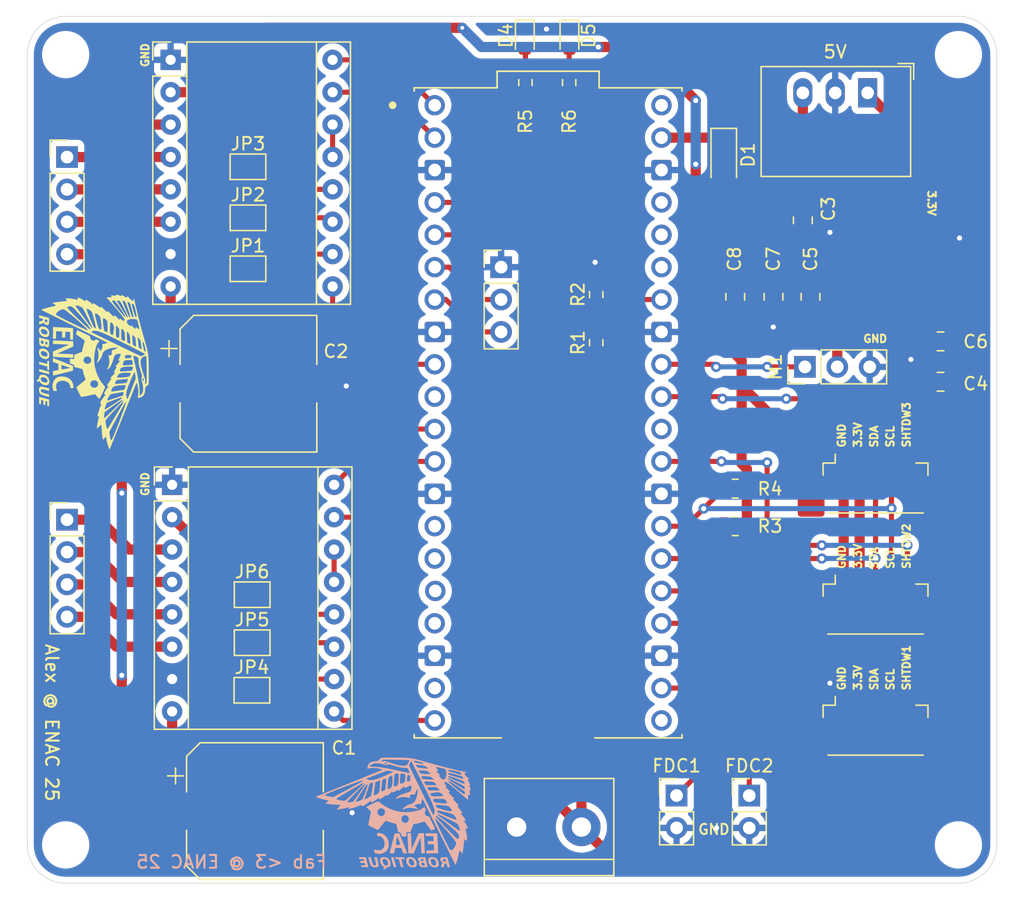
<source format=kicad_pcb>
(kicad_pcb (version 20240108) (generator "pcbnew") (generator_version "8.0")
  (layers (0 "F.Cu" signal) (31 "B.Cu" signal) (34 "B.Paste" user) (35 "F.Paste" user) (36 "B.SilkS" user "B.Silkscreen") (37 "F.SilkS" user "F.Silkscreen") (38 "B.Mask" user) (39 "F.Mask" user) (44 "Edge.Cuts" user))
  (net 0 "")
  (net 1 "RX")
  (net 2 "STEP2_PWM")
  (net 3 "SCL")
  (net 4 "STEP2_DIR")
  (net 5 "FDC2")
  (net 6 "GND")
  (net 9 "SERVO")
  (net 10 "BAT_MESURE")
  (net 11 "STEP1_PWM")
  (net 13 "LED1")
  (net 14 "SDA")
  (net 16 "FDC1")
  (net 17 "SHUTDOWN2")
  (net 19 "SHUTDOWN3")
  (net 20 "SHUTDOWN1")
  (net 23 "LED2")
  (net 25 "TX")
  (net 28 "STEP1_DIR")
  (net 29 "Net-(A1-VSYS)")
  (net 31 "+3.3V")
  (net 32 "Net-(A2-2A)")
  (net 33 "Net-(A2-~{RESET})")
  (net 34 "Net-(A2-MS3)")
  (net 35 "Net-(A2-MS2)")
  (net 36 "Net-(A2-MS1)")
  (net 37 "Net-(A2-1A)")
  (net 38 "Net-(A2-1B)")
  (net 39 "Net-(A2-2B)")
  (net 40 "Net-(A3-MS1)")
  (net 41 "Net-(A3-~{RESET})")
  (net 42 "Net-(A3-MS2)")
  (net 43 "Net-(A3-2A)")
  (net 44 "Net-(A3-1B)")
  (net 45 "Net-(A3-1A)")
  (net 46 "Net-(A3-2B)")
  (net 47 "Net-(A3-MS3)")
  (net 48 "+5V")
  (net 49 "+BATT")
  (net 50 "Net-(D4-A)")
  (net 51 "Net-(D5-A)")
  (net 53 "ENABLE2")
  (net 54 "ENABLE1")
  (footprint "ENAC_robotique:RASPBERRY_PI_PICO" (layer "F.Cu") (at 139.827 86.106)
    (property "Reference" "A1" (hide yes))
    (property "Value" "SC0918")
  )
  (footprint "LED_SMD:LED_0603_1608Metric" (layer "F.Cu") (at 138 56.7875 -90)
    (property "Reference" "D4")
    (property "Value" "LED")
  )
  (footprint "Connector_Molex:Molex_PicoBlade_53398-0571_1x05-1MP_P1.25mm_Vertical" (layer "F.Cu") (at 165.5 110.25)
    (property "Reference" "J5" (hide yes))
    (property "Value" "RANGE")
  )
  (footprint "ENAC_robotique:logo_enac_mini" (layer "F.Cu") (at 104.541264 81.915 -90)
    (property "Reference" "G***" (hide yes))
    (property "Value" "LOGO" (hide yes))
  )
  (footprint "Converter_DCDC:Converter_DCDC_RECOM_R-78E-0.5_THT" (layer "F.Cu") (at 164.88 61 180)
    (property "Reference" "5V")
    (property "Value" "R-78E5.0-1.0")
  )
  (footprint "Capacitor_SMD:CP_Elec_10x12.5" (layer "F.Cu") (at 116.332 83.82)
    (property "Reference" "C2")
    (property "Value" "100uF")
  )
  (footprint "Connector_Molex:Molex_PicoBlade_53398-0571_1x05-1MP_P1.25mm_Vertical" (layer "F.Cu") (at 165.5 91.25)
    (property "Reference" "J9" (hide yes))
    (property "Value" "RANGE")
  )
  (footprint "Capacitor_SMD:C_0805_2012Metric" (layer "F.Cu") (at 160.401 77 -90)
    (property "Reference" "C5")
    (property "Value" "10uF")
  )
  (footprint "Jumper:SolderJumper-2_P1.3mm_Open_TrianglePad1.0x1.5mm" (layer "F.Cu") (at 116.295 74.802)
    (property "Reference" "JP1")
    (property "Value" "SolderJumper_2_Open")
  )
  (footprint "Resistor_SMD:R_0805_2012Metric" (layer "F.Cu") (at 154.5 92.05 180)
    (property "Reference" "R4")
    (property "Value" "2.2k")
  )
  (footprint "MountingHole:MountingHole_3.2mm_M3" (layer "F.Cu") (at 172 58)
    (property "Reference" "H1" (hide yes))
    (property "Value" "MountingHole")
  )
  (footprint "Connector_PinHeader_2.54mm:PinHeader_1x03_P2.54mm_Vertical" (layer "F.Cu") (at 136.144 74.676)
    (property "Reference" "J3" (hide yes))
    (property "Value" "UART")
  )
  (footprint "Resistor_SMD:R_0805_2012Metric" (layer "F.Cu") (at 154.5 95 180)
    (property "Reference" "R3")
    (property "Value" "2.2k")
  )
  (footprint "Capacitor_SMD:C_0805_2012Metric" (layer "F.Cu") (at 154.5 77 -90)
    (property "Reference" "C8")
    (property "Value" "10uF" (hide yes))
  )
  (footprint "Capacitor_SMD:CP_Elec_10x12.5" (layer "F.Cu") (at 116.84 117.348)
    (property "Reference" "C1")
    (property "Value" "100uF")
  )
  (footprint "Jumper:SolderJumper-2_P1.3mm_Open_TrianglePad1.0x1.5mm" (layer "F.Cu") (at 116.623 100.37)
    (property "Reference" "JP6")
    (property "Value" "SolderJumper_2_Open")
  )
  (footprint "Module:Pololu_Breakout-16_15.2x20.3mm" (layer "F.Cu") (at 110.348 91.75)
    (property "Reference" "A2" (hide yes))
    (property "Value" "Pololu_Breakout_A4988")
  )
  (footprint "LED_SMD:LED_0603_1608Metric" (layer "F.Cu") (at 141.5 56.7875 -90)
    (property "Reference" "D5")
    (property "Value" "LED")
  )
  (footprint "Jumper:SolderJumper-2_P1.3mm_Open_TrianglePad1.0x1.5mm" (layer "F.Cu") (at 116.605 107.87)
    (property "Reference" "JP4")
    (property "Value" "SolderJumper_2_Open")
  )
  (footprint "Jumper:SolderJumper-2_P1.3mm_Open_TrianglePad1.0x1.5mm" (layer "F.Cu") (at 116.623 104.14)
    (property "Reference" "JP5")
    (property "Value" "SolderJumper_2_Open")
  )
  (footprint "MountingHole:MountingHole_3.2mm_M3" (layer "F.Cu") (at 172 120)
    (property "Reference" "H4" (hide yes))
    (property "Value" "MountingHole")
  )
  (footprint "ENAC_robotique:LM3940IMP" (layer "F.Cu") (at 167 72.5)
    (property "Reference" "IC1")
    (property "Value" "LM3940IMP-3.3")
  )
  (footprint "Capacitor_SMD:C_0805_2012Metric" (layer "F.Cu") (at 170.6 80.5)
    (property "Reference" "C6")
    (property "Value" "10uF")
  )
  (footprint "Diode_SMD:D_SOD-123F" (layer "F.Cu") (at 153.6 66 -90)
    (property "Reference" "D1")
    (property "Value" "PMEG2010AEH")
  )
  (footprint "Resistor_SMD:R_0603_1608Metric" (layer "F.Cu") (at 143.6 76.825 90)
    (property "Reference" "R2")
    (property "Value" "8.2k")
  )
  (footprint "Connector_PinHeader_2.54mm:PinHeader_1x02_P2.54mm_Vertical" (layer "F.Cu") (at 149.9 116.125)
    (property "Reference" "FDC1")
    (property "Value" "FDC")
  )
  (footprint "Jumper:SolderJumper-2_P1.3mm_Open_TrianglePad1.0x1.5mm" (layer "F.Cu") (at 116.295 66.802)
    (property "Reference" "JP3")
    (property "Value" "SolderJumper_2_Open")
  )
  (footprint "Connector_Molex:Molex_PicoBlade_53398-0571_1x05-1MP_P1.25mm_Vertical" (layer "F.Cu") (at 165.5 100.75)
    (property "Reference" "J4" (hide yes))
    (property "Value" "RANGE")
  )
  (footprint "Capacitor_SMD:C_0805_2012Metric" (layer "F.Cu") (at 159.8 71 -90)
    (property "Reference" "C3")
    (property "Value" "0.47uF")
  )
  (footprint "Resistor_SMD:R_0603_1608Metric" (layer "F.Cu") (at 141.478 60.198 -90)
    (property "Reference" "R6")
    (property "Value" "470")
  )
  (footprint "Resistor_SMD:R_0603_1608Metric" (layer "F.Cu") (at 143.6 80.6 90)
    (property "Reference" "R1")
    (property "Value" "18k")
  )
  (footprint "Jumper:SolderJumper-2_P1.3mm_Open_TrianglePad1.0x1.5mm" (layer "F.Cu") (at 116.295 70.802)
    (property "Reference" "JP2")
    (property "Value" "SolderJumper_2_Open")
  )
  (footprint "Connector_PinHeader_2.54mm:PinHeader_1x02_P2.54mm_Vertical" (layer "F.Cu") (at 155.599 116.13)
    (property "Reference" "FDC2")
    (property "Value" "FDC")
  )
  (footprint "Capacitor_SMD:C_0805_2012Metric" (layer "F.Cu") (at 157.5 77 -90)
    (property "Reference" "C7")
    (property "Value" "10uF")
  )
  (footprint "Module:Pololu_Breakout-16_15.2x20.3mm" (layer "F.Cu") (at 110.23 58.412)
    (property "Reference" "A3" (hide yes))
    (property "Value" "Pololu_Breakout_A4988")
  )
  (footprint "Connector_PinHeader_2.54mm:PinHeader_1x04_P2.54mm_Vertical" (layer "F.Cu") (at 102.108 66.04)
    (property "Reference" "J2" (hide yes))
    (property "Value" "STEPPER")
  )
  (footprint "Connector_PinHeader_2.54mm:PinHeader_1x04_P2.54mm_Vertical" (layer "F.Cu") (at 102.108 94.488)
    (property "Reference" "J1" (hide yes))
    (property "Value" "STEPPER")
  )
  (footprint "MountingHole:MountingHole_3.2mm_M3" (layer "F.Cu") (at 102 120)
    (property "Reference" "H3" (hide yes))
    (property "Value" "MountingHole")
  )
  (footprint "Capacitor_SMD:C_0805_2012Metric" (layer "F.Cu") (at 170.6 83.667)
    (property "Reference" "C4")
    (property "Value" "10uF")
  )
  (footprint "Connector_PinHeader_2.54mm:PinHeader_1x03_P2.54mm_Vertical" (layer "F.Cu") (at 159.96 82.5 90)
    (property "Reference" "M1")
    (property "Value" "Motor_Servo")
  )
  (footprint "Resistor_SMD:R_0603_1608Metric" (layer "F.Cu") (at 138.049 60.198 -90)
    (property "Reference" "R5")
    (property "Value" "470")
  )
  (footprint "MountingHole:MountingHole_3.2mm_M3" (layer "F.Cu") (at 102 58)
    (property "Reference" "H2" (hide yes))
    (property "Value" "MountingHole")
  )
  (footprint "TerminalBlock:TerminalBlock_bornier-2_P5.08mm" (layer "F.Cu") (at 137.36 118.6)
    (property "Reference" "J8" (hide yes))
    (property "Value" "Screw_Terminal_01x02")
  )
  (footprint "ENAC_robotique:logo_enac_mini" (layer "B.Cu") (at 128.671264 117.127645 180)
    (property "Reference" "G***" (hide yes))
    (property "Value" "LOGO" (hide yes))
  )
  (gr_arc (start 99 58) (mid 99.87868 55.87868) (end 102 55) (stroke (width 0.05)) (layer "Edge.Cuts"))
  (gr_line (start 172 123) (end 102 123) (stroke (width 0.05)) (layer "Edge.Cuts"))
  (gr_line (start 99 120) (end 99 58) (stroke (width 0.05)) (layer "Edge.Cuts"))
  (gr_line (start 102 55) (end 172 55) (stroke (width 0.05)) (layer "Edge.Cuts"))
  (gr_arc (start 172 55) (mid 174.12132 55.87868) (end 175 58) (stroke (width 0.05)) (layer "Edge.Cuts"))
  (gr_arc (start 175 120) (mid 174.12132 122.12132) (end 172 123) (stroke (width 0.05)) (layer "Edge.Cuts"))
  (gr_arc (start 102 123) (mid 99.87868 122.12132) (end 99 120) (stroke (width 0.05)) (layer "Edge.Cuts"))
  (gr_line (start 175 58) (end 175 120) (stroke (width 0.05)) (layer "Edge.Cuts"))
  (gr_text "Fab <3 @ ENAC 25" (at 122.555 121.92 0) (layer "B.SilkS") (effects (font (size 1 1) (thickness 0.16)) (justify left bottom mirror)))
  (gr_text "GND" (at 163.195 98.425 90) (layer "F.SilkS") (effects (font (size 0.6 0.6) (thickness 0.15) (bold yes)) (justify left bottom)))
  (gr_text "GND" (at 108.585 92.71 90) (layer "F.SilkS") (effects (font (size 0.6 0.6) (thickness 0.15) (bold yes)) (justify left bottom)))
  (gr_text "3.3V" (at 164.465 88.9 90) (layer "F.SilkS") (effects (font (size 0.6 0.6) (thickness 0.15) (bold yes)) (justify left bottom)))
  (gr_text "SCL" (at 167.005 88.9 90) (layer "F.SilkS") (effects (font (size 0.6 0.6) (thickness 0.15) (bold yes)) (justify left bottom)))
  (gr_text "GND" (at 108.585 59.055 90) (layer "F.SilkS") (effects (font (size 0.6 0.6) (thickness 0.15) (bold yes)) (justify left bottom)))
  (gr_text "3.3V" (at 164.465 107.95 90) (layer "F.SilkS") (effects (font (size 0.6 0.6) (thickness 0.15) (bold yes)) (justify left bottom)))
  (gr_text "Alex @ ENAC 25" (at 100.33 104.14 -90) (layer "F.SilkS") (effects (font (size 1 1) (thickness 0.16)) (justify left bottom)))
  (gr_text "SHTDW3" (at 168.275 88.9 90) (layer "F.SilkS") (effects (font (size 0.6 0.6) (thickness 0.15) (bold yes)) (justify left bottom)))
  (gr_text "SDA" (at 165.735 98.425 90) (layer "F.SilkS") (effects (font (size 0.6 0.6) (thickness 0.15) (bold yes)) (justify left bottom)))
  (gr_text "SHTDW2" (at 168.275 98.425 90) (layer "F.SilkS") (effects (font (size 0.6 0.6) (thickness 0.15) (bold yes)) (justify left bottom)))
  (gr_text "GND" (at 163.195 107.95 90) (layer "F.SilkS") (effects (font (size 0.6 0.6) (thickness 0.15) (bold yes)) (justify left bottom)))
  (gr_text "SDA" (at 165.735 88.9 90) (layer "F.SilkS") (effects (font (size 0.6 0.6) (thickness 0.15) (bold yes)) (justify left bottom)))
  (gr_text "SCL" (at 167.005 107.95 90) (layer "F.SilkS") (effects (font (size 0.6 0.6) (thickness 0.15) (bold yes)) (justify left bottom)))
  (gr_text "GND" (at 151.511 119.253 0) (layer "F.SilkS") (effects (font (size 0.8 0.8) (thickness 0.15) (bold yes)) (justify left bottom)))
  (gr_text "SCL" (at 167.005 98.425 90) (layer "F.SilkS") (effects (font (size 0.6 0.6) (thickness 0.15) (bold yes)) (justify left bottom)))
  (gr_text "GND" (at 163.195 88.9 90) (layer "F.SilkS") (effects (font (size 0.6 0.6) (thickness 0.15) (bold yes)) (justify left bottom)))
  (gr_text "SHTDW1" (at 168.275 107.95 90) (layer "F.SilkS") (effects (font (size 0.6 0.6) (thickness 0.15) (bold yes)) (justify left bottom)))
  (gr_text "3.3V" (at 164.465 98.425 90) (layer "F.SilkS") (effects (font (size 0.6 0.6) (thickness 0.15) (bold yes)) (justify left bottom)))
  (gr_text "SDA" (at 165.735 107.95 90) (layer "F.SilkS") (effects (font (size 0.6 0.6) (thickness 0.15) (bold yes)) (justify left bottom)))
  (gr_text "GND" (at 164.465 80.645 0) (layer "F.SilkS") (effects (font (size 0.6 0.6) (thickness 0.15) (bold yes)) (justify left bottom)))
  (gr_text "3.3V" (at 169.545 68.58 -90) (layer "F.SilkS") (effects (font (size 0.6 0.6) (thickness 0.15) (bold yes)) (justify left bottom)))
  (segment (start 130.937 77.216) (end 131.816 77.216) (width 0.4) (layer "F.Cu") (net 1))
  (segment (start 131.816 77.216) (end 134.356 79.756) (width 0.4) (layer "F.Cu") (net 1))
  (segment (start 134.356 79.756) (end 136.144 79.756) (width 0.4) (layer "F.Cu") (net 1))
  (segment (start 129.032 89.916) (end 124.658 94.29) (width 0.4) (layer "F.Cu") (net 2))
  (segment (start 130.937 89.916) (end 129.032 89.916) (width 0.4) (layer "F.Cu") (net 2))
  (segment (start 124.658 94.29) (end 123.048 94.29) (width 0.4) (layer "F.Cu") (net 2))
  (segment (start 166.75 93.6) (end 166.75 90.1) (width 0.4) (layer "F.Cu") (net 3))
  (segment (start 166.75 109) (end 166.75 99.6) (width 0.4) (layer "F.Cu") (net 3))
  (segment (start 152.01875 93.61875) (end 153.5875 92.05) (width 0.4) (layer "F.Cu") (net 3))
  (segment (start 150.6415 94.996) (end 152.01875 93.61875) (width 0.4) (layer "F.Cu") (net 3))
  (segment (start 166.75 99.6) (end 166.75 93.6) (width 0.4) (layer "F.Cu") (net 3))
  (segment (start 148.717 94.996) (end 150.6415 94.996) (width 0.4) (layer "F.Cu") (net 3))
  (via (at 166.75 93.6) (size 0.8) (drill 0.4) (layers "F.Cu" "B.Cu") (net 3))
  (via (at 152.01875 93.61875) (size 0.8) (drill 0.4) (layers "F.Cu" "B.Cu") (net 3))
  (segment (start 166.73125 93.61875) (end 166.75 93.6) (width 0.4) (layer "B.Cu") (net 3))
  (segment (start 152.01875 93.61875) (end 166.73125 93.61875) (width 0.4) (layer "B.Cu") (net 3))
  (segment (start 127.422 87.376) (end 123.048 91.75) (width 0.4) (layer "F.Cu") (net 4))
  (segment (start 130.937 87.376) (end 127.422 87.376) (width 0.4) (layer "F.Cu") (net 4))
  (segment (start 152.4 102.6) (end 155.599 105.799) (width 0.4) (layer "F.Cu") (net 5))
  (segment (start 155.599 105.799) (end 155.599 116.13) (width 0.4) (layer "F.Cu") (net 5))
  (segment (start 148.717 102.616) (end 152.384 102.616) (width 0.4) (layer "F.Cu") (net 5))
  (segment (start 152.384 102.616) (end 152.4 102.6) (width 0.4) (layer "F.Cu") (net 5))
  (segment (start 121.04 117.348) (end 124.333 117.348) (width 0.8) (layer "F.Cu") (net 6))
  (segment (start 143.6 76) (end 143.6 74.385) (width 0.4) (layer "F.Cu") (net 6))
  (segment (start 163.3 71.95) (end 163.85 72.5) (width 0.8) (layer "F.Cu") (net 6))
  (segment (start 120.532 83.82) (end 123.82 83.82) (width 0.8) (layer "F.Cu") (net 6))
  (segment (start 123.82 83.82) (end 124 84) (width 0.8) (layer "F.Cu") (net 6))
  (segment (start 170.15 72.5) (end 171.975 72.5) (width 0.8) (layer "F.Cu") (net 6))
  (segment (start 163 109) (end 163 108.39) (width 0.8) (layer "F.Cu") (net 6))
  (segment (start 169.65 81.915) (end 168.275 81.915) (width 0.8) (layer "F.Cu") (net 6))
  (segment (start 163 108.39) (end 161.925 107.315) (width 0.8) (layer "F.Cu") (net 6))
  (segment (start 161.925 71.95) (end 163.3 71.95) (width 0.8) (layer "F.Cu") (net 6))
  (segment (start 169.65 80.5) (end 169.65 81.915) (width 0.8) (layer "F.Cu") (net 6))
  (segment (start 155.594 118.665) (end 155.599 118.67) (width 0.4) (layer "F.Cu") (net 6))
  (segment (start 157.5 77.95) (end 157.5 79.355) (width 0.8) (layer "F.Cu") (net 6))
  (segment (start 153.035 118.665) (end 155.594 118.665) (width 0.4) (layer "F.Cu") (net 6))
  (segment (start 141.5 56) (end 139.7 56) (width 0.8) (layer "F.Cu") (net 6))
  (segment (start 171.975 72.5) (end 172.085 72.39) (width 0.8) (layer "F.Cu") (net 6))
  (segment (start 169.65 81.915) (end 169.65 83.667) (width 0.8) (layer "F.Cu") (net 6))
  (segment (start 139.7 56) (end 138 56) (width 0.8) (layer "F.Cu") (net 6))
  (segment (start 124.333 117.348) (end 124.46 117.475) (width 0.8) (layer "F.Cu") (net 6))
  (segment (start 143.6 74.385) (end 143.51 74.295) (width 0.4) (layer "F.Cu") (net 6))
  (segment (start 163 99.5) (end 163 90) (width 0.8) (layer "F.Cu") (net 6))
  (segment (start 163 90) (end 163 89.975) (width 0.8) (layer "F.Cu") (net 6))
  (segment (start 157.5 79.355) (end 157.48 79.375) (width 0.8) (layer "F.Cu") (net 6))
  (segment (start 163 99.5) (end 163 108.39) (width 0.8) (layer "F.Cu") (net 6))
  (segment (start 154.5 77.95) (end 160.401 77.95) (width 0.8) (layer "F.Cu") (net 6))
  (segment (start 149.9 118.665) (end 153.035 118.665) (width 0.4) (layer "F.Cu") (net 6))
  (segment (start 159.8 71.95) (end 161.925 71.95) (width 0.8) (layer "F.Cu") (net 6))
  (via (at 143.51 74.295) (size 0.8) (drill 0.4) (layers "F.Cu" "B.Cu") (net 6))
  (via (at 172.085 72.39) (size 0.8) (drill 0.4) (layers "F.Cu" "B.Cu") (net 6))
  (via (at 168.275 81.915) (size 0.8) (drill 0.4) (layers "F.Cu" "B.Cu") (net 6))
  (via (at 157.48 79.375) (size 0.8) (drill 0.4) (layers "F.Cu" "B.Cu") (net 6))
  (via (at 161.925 71.95) (size 0.8) (drill 0.4) (layers "F.Cu" "B.Cu") (net 6))
  (via (at 124 84) (size 0.8) (drill 0.4) (layers "F.Cu" "B.Cu") (net 6))
  (via (at 153.035 118.665) (size 0.8) (drill 0.4) (layers "F.Cu" "B.Cu") (net 6))
  (via (at 124.46 117.475) (size 0.8) (drill 0.4) (layers "F.Cu" "B.Cu") (net 6))
  (via (at 161.925 107.315) (size 0.8) (drill 0.4) (layers "F.Cu" "B.Cu") (net 6))
  (via (at 139.7 56) (size 0.8) (drill 0.4) (layers "F.Cu" "B.Cu") (net 6))
  (segment (start 148.717 82.296) (end 152.796 82.296) (width 0.4) (layer "F.Cu") (net 9))
  (segment (start 152.796 82.296) (end 153 82.5) (width 0.4) (layer "F.Cu") (net 9))
  (segment (start 157 82.5) (end 159.96 82.5) (width 0.4) (layer "F.Cu") (net 9))
  (via (at 157 82.5) (size 0.8) (drill 0.4) (layers "F.Cu" "B.Cu") (net 9))
  (via (at 153 82.5) (size 0.8) (drill 0.4) (layers "F.Cu" "B.Cu") (net 9))
  (segment (start 153 82.5) (end 157 82.5) (width 0.4) (layer "B.Cu") (net 9))
  (segment (start 143.6 79.775) (end 143.6 77.65) (width 0.4) (layer "F.Cu") (net 10))
  (segment (start 146.2 77.2) (end 146.6 77.2) (width 0.4) (layer "F.Cu") (net 10))
  (segment (start 143.625 79.775) (end 146.2 77.2) (width 0.4) (layer "F.Cu") (net 10))
  (segment (start 143.6 79.775) (end 143.625 79.775) (width 0.4) (layer "F.Cu") (net 10))
  (segment (start 146.616 77.216) (end 148.717 77.216) (width 0.4) (layer "F.Cu") (net 10))
  (segment (start 146.6 77.2) (end 146.616 77.216) (width 0.4) (layer "F.Cu") (net 10))
  (segment (start 122.93 60.952) (end 127.373 60.952) (width 0.4) (layer "F.Cu") (net 11))
  (segment (start 127.373 60.952) (end 130.937 64.516) (width 0.4) (layer "F.Cu") (net 11))
  (segment (start 135.509 69.596) (end 138.049 67.056) (width 0.4) (layer "F.Cu") (net 13))
  (segment (start 130.937 69.596) (end 135.509 69.596) (width 0.4) (layer "F.Cu") (net 13))
  (segment (start 138.049 67.056) (end 138.049 61.023) (width 0.4) (layer "F.Cu") (net 13))
  (segment (start 161.29 97.536) (end 151.0515 97.536) (width 0.4) (layer "F.Cu") (net 14))
  (segment (start 151.0515 97.536) (end 148.717 97.536) (width 0.4) (layer "F.Cu") (net 14))
  (segment (start 153.5875 95) (end 151.0515 97.536) (width 0.4) (layer "F.Cu") (net 14))
  (segment (start 165.5 90.1) (end 165.5 97.5) (width 0.4) (layer "F.Cu") (net 14))
  (segment (start 165.5 99.6) (end 165.5 109) (width 0.4) (layer "F.Cu") (net 14))
  (segment (start 165.5 97.5) (end 165.5 99.6) (width 0.4) (layer "F.Cu") (net 14))
  (via (at 161.29 97.536) (size 0.8) (drill 0.4) (layers "F.Cu" "B.Cu") (net 14))
  (via (at 165.5 97.5) (size 0.8) (drill 0.4) (layers "F.Cu" "B.Cu") (net 14))
  (segment (start 161.29 97.536) (end 165.5 97.5) (width 0.4) (layer "B.Cu") (net 14))
  (segment (start 151.4 108.6) (end 151.4 114.625) (width 0.4) (layer "F.Cu") (net 16))
  (segment (start 148.717 107.696) (end 150.496 107.696) (width 0.4) (layer "F.Cu") (net 16))
  (segment (start 151.4 114.625) (end 149.9 116.125) (width 0.4) (layer "F.Cu") (net 16))
  (segment (start 150.496 107.696) (end 151.4 108.6) (width 0.4) (layer "F.Cu") (net 16))
  (segment (start 158.5 96.5) (end 157 95) (width 0.4) (layer "F.Cu") (net 17))
  (segment (start 161.29 96.5) (end 158.5 96.5) (width 0.4) (layer "F.Cu") (net 17))
  (segment (start 153.416 89.916) (end 153.5 90) (width 0.4) (layer "F.Cu") (net 17))
  (segment (start 157 95) (end 157 90) (width 0.4) (layer "F.Cu") (net 17))
  (segment (start 168 96.5) (end 168 99.6) (width 0.4) (layer "F.Cu") (net 17))
  (segment (start 148.717 89.916) (end 153.416 89.916) (width 0.4) (layer "F.Cu") (net 17))
  (via (at 161.29 96.5) (size 0.8) (drill 0.4) (layers "F.Cu" "B.Cu") (net 17))
  (via (at 153.416 89.916) (size 0.8) (drill 0.4) (layers "F.Cu" "B.Cu") (net 17))
  (via (at 157 90) (size 0.8) (drill 0.4) (layers "F.Cu" "B.Cu") (net 17))
  (via (at 168 96.5) (size 0.8) (drill 0.4) (layers "F.Cu" "B.Cu") (net 17))
  (segment (start 161.29 96.5) (end 168 96.5) (width 0.4) (layer "B.Cu") (net 17))
  (segment (start 153.416 89.916) (end 153.5 90) (width 0.4) (layer "B.Cu") (net 17))
  (segment (start 153.5 90) (end 157 90) (width 0.4) (layer "B.Cu") (net 17))
  (segment (start 168 87.355) (end 168 90) (width 0.4) (layer "F.Cu") (net 19))
  (segment (start 158.5 85) (end 165.645 85) (width 0.4) (layer "F.Cu") (net 19))
  (segment (start 153.336 84.836) (end 153.5 85) (width 0.4) (layer "F.Cu") (net 19))
  (segment (start 165.645 85) (end 168 87.355) (width 0.4) (layer "F.Cu") (net 19))
  (segment (start 148.717 84.836) (end 153.336 84.836) (width 0.4) (layer "F.Cu") (net 19))
  (via (at 158.5 85) (size 0.8) (drill 0.4) (layers "F.Cu" "B.Cu") (net 19))
  (via (at 153.5 85) (size 0.8) (drill 0.4) (layers "F.Cu" "B.Cu") (net 19))
  (segment (start 153.5 85) (end 158.5 85) (width 0.4) (layer "B.Cu") (net 19))
  (segment (start 155.276 100.076) (end 148.717 100.076) (width 0.4) (layer "F.Cu") (net 20))
  (segment (start 166.6 112.2) (end 168 110.8) (width 0.4) (layer "F.Cu") (net 20))
  (segment (start 165.2 112.2) (end 166.6 112.2) (width 0.4) (layer "F.Cu") (net 20))
  (segment (start 158 102.8) (end 155.276 100.076) (width 0.4) (layer "F.Cu") (net 20))
  (segment (start 161.60407 115.79593) (end 165.2 112.2) (width 0.4) (layer "F.Cu") (net 20))
  (segment (start 159.2 115.8) (end 158 114.6) (width 0.4) (layer "F.Cu") (net 20))
  (segment (start 158 114.6) (end 158 102.8) (width 0.4) (layer "F.Cu") (net 20))
  (segment (start 168 110.8) (end 168 109) (width 0.4) (layer "F.Cu") (net 20))
  (segment (start 161.60407 115.8) (end 159.2 115.8) (width 0.4) (layer "F.Cu") (net 20))
  (segment (start 161.60407 115.79593) (end 161.60407 115.8) (width 0.4) (layer "F.Cu") (net 20))
  (segment (start 130.937 72.136) (end 136.525 72.136) (width 0.4) (layer "F.Cu") (net 23))
  (segment (start 141.478 67.183) (end 141.478 61.023) (width 0.4) (layer "F.Cu") (net 23))
  (segment (start 136.525 72.136) (end 141.478 67.183) (width 0.4) (layer "F.Cu") (net 23))
  (segment (start 132.076 74.676) (end 134.616 77.216) (width 0.4) (layer "F.Cu") (net 25))
  (segment (start 134.616 77.216) (end 136.144 77.216) (width 0.4) (layer "F.Cu") (net 25))
  (segment (start 130.937 74.676) (end 132.076 74.676) (width 0.4) (layer "F.Cu") (net 25))
  (segment (start 127.373 58.412) (end 130.937 61.976) (width 0.4) (layer "F.Cu") (net 28))
  (segment (start 122.93 58.412) (end 127.373 58.412) (width 0.4) (layer "F.Cu") (net 28))
  (segment (start 148.717 64.516) (end 148.801 64.6) (width 0.4) (layer "F.Cu") (net 29))
  (segment (start 148.717 64.516) (end 153.516 64.516) (width 0.8) (layer "F.Cu") (net 29))
  (segment (start 153.516 64.516) (end 153.6 64.6) (width 0.8) (layer "F.Cu") (net 29))
  (segment (start 115.57 58.112) (end 115.57 66.802) (width 0.8) (layer "F.Cu") (net 31))
  (segment (start 155.4125 91) (end 155.4125 95) (width 0.8) (layer "F.Cu") (net 31))
  (segment (start 163 87) (end 158 87) (width 0.8) (layer "F.Cu") (net 31))
  (segment (start 115.898 99.84) (end 115.57 99.512) (width 0.8) (layer "F.Cu") (net 31))
  (segment (start 155 90.0875) (end 155.4125 90.5) (width 0.8) (layer "F.Cu") (net 31))
  (segment (start 152 77.825) (end 152 78.4) (width 0.8) (layer "F.Cu") (net 31))
  (segment (start 155 85.5) (end 155 90.0875) (width 0.8) (layer "F.Cu") (net 31))
  (segment (start 115.898 100.37) (end 115.898 99.84) (width 0.8) (layer "F.Cu") (net 31))
  (segment (start 143.764 57.404) (end 147.204 57.404) (width 0.8) (layer "F.Cu") (net 31))
  (segment (start 112.73 60.952) (end 115.57 58.112) (width 0.8) (layer "F.Cu") (net 31))
  (segment (start 115.57 99.512) (end 115.57 74.802) (width 0.8) (layer "F.Cu") (net 31))
  (segment (start 155 84) (end 155 85.5) (width 0.8) (layer "F.Cu") (net 31))
  (segment (start 151.4 77.8) (end 152 78.4) (width 0.8) (layer "F.Cu") (net 31))
  (segment (start 151.4 66.6) (end 151.4 77.8) (width 0.8) (layer "F.Cu") (net 31))
  (segment (start 110.348 94.29) (end 115.898 99.84) (width 0.8) (layer "F.Cu") (net 31))
  (segment (start 117.782 55.9) (end 115.57 58.112) (width 0.8) (layer "F.Cu") (net 31))
  (segment (start 115.898 104.14) (end 115.898 107.852) (width 0.8) (layer "F.Cu") (net 31))
  (segment (start 155.4125 90.5) (end 155.4125 91) (width 0.8) (layer "F.Cu") (net 31))
  (segment (start 110.23 60.952) (end 112.73 60.952) (width 0.8) (layer "F.Cu") (net 31))
  (segment (start 164.25 109) (end 164.25 88.25) (width 0.8) (layer "F.Cu") (net 31))
  (segment (start 115.57 70.802) (end 115.57 74.802) (width 0.8) (layer "F.Cu") (net 31))
  (segment (start 163.85 75.65) (end 163.45 76.05) (width 0.8) (layer "F.Cu") (net 31))
  (segment (start 158 87) (end 155 84) (width 0.8) (layer "F.Cu") (net 31))
  (segment (start 164.25 88.25) (end 163 87) (width 0.8) (layer "F.Cu") (net 31))
  (segment (start 133.096 55.9) (end 117.782 55.9) (width 0.8) (layer "F.Cu") (net 31))
  (segment (start 152 78.4) (end 152 79) (width 0.8) (layer "F.Cu") (net 31))
  (segment (start 115.57 66.802) (end 115.57 70.802) (width 0.8) (layer "F.Cu") (net 31))
  (segment (start 152 77.825) (end 153.775 76.05) (width 0.8) (layer "F.Cu") (net 31))
  (segment (start 147.204 57.404) (end 151.4 61.6) (width 0.8) (layer "F.Cu") (net 31))
  (segment (start 115.898 100.37) (end 115.898 104.14) (width 0.8) (layer "F.Cu") (net 31))
  (segment (start 152 79) (end 155 82) (width 0.8) (layer "F.Cu") (net 31))
  (segment (start 153.775 76.05) (end 154.5 76.05) (width 0.8) (layer "F.Cu") (net 31))
  (segment (start 163.45 76.05) (end 158.5 76.05) (width 0.8) (layer "F.Cu") (net 31))
  (segment (start 158.5 76.05) (end 154.5 76.05) (width 0.8) (layer "F.Cu") (net 31))
  (segment (start 155 82) (end 155 84) (width 0.8) (layer "F.Cu") (net 31))
  (segment (start 163.85 74.8) (end 163.85 75.65) (width 0.8) (layer "F.Cu") (net 31))
  (via (at 133.096 55.9) (size 0.8) (drill 0.3) (layers "F.Cu" "B.Cu") (net 31))
  (via (at 143.764 57.404) (size 0.8) (drill 0.4) (layers "F.Cu" "B.Cu") (net 31))
  (via (at 151.4 66.6) (size 0.8) (drill 0.4) (layers "F.Cu" "B.Cu") (net 31))
  (via (at 151.4 61.6) (size 0.8) (drill 0.4) (layers "F.Cu" "B.Cu") (net 31))
  (segment (start 134.6 57.404) (end 133.096 55.9) (width 0.8) (layer "B.Cu") (net 31))
  (segment (start 151.4 61.6) (end 151.4 66.6) (width 0.8) (layer "B.Cu") (net 31))
  (segment (start 143.764 57.404) (end 134.6 57.404) (width 0.8) (layer "B.Cu") (net 31))
  (segment (start 105.974 101.91) (end 103.632 99.568) (width 0.8) (layer "F.Cu") (net 32))
  (segment (start 103.632 99.568) (end 102.108 99.568) (width 0.8) (layer "F.Cu") (net 32))
  (segment (start 110.348 101.91) (end 105.974 101.91) (width 0.8) (layer "F.Cu") (net 32))
  (segment (start 123.048 96.83) (end 123.048 99.37) (width 0.4) (layer "F.Cu") (net 33))
  (segment (start 118.888 101.91) (end 123.048 101.91) (width 0.4) (layer "F.Cu") (net 34))
  (segment (start 117.348 100.37) (end 118.888 101.91) (width 0.4) (layer "F.Cu") (net 34))
  (segment (start 122.738 104.14) (end 123.048 104.45) (width 0.4) (layer "F.Cu") (net 35))
  (segment (start 117.348 104.14) (end 122.738 104.14) (width 0.4) (layer "F.Cu") (net 35))
  (segment (start 118.21 106.99) (end 123.048 106.99) (width 0.4) (layer "F.Cu") (net 36))
  (segment (start 117.33 107.87) (end 118.21 106.99) (width 0.4) (layer "F.Cu") (net 36))
  (segment (start 110.348 99.37) (end 106.482 99.37) (width 0.8) (layer "F.Cu") (net 37))
  (segment (start 104.14 97.028) (end 102.108 97.028) (width 0.8) (layer "F.Cu") (net 37))
  (segment (start 106.482 99.37) (end 104.14 97.028) (width 0.8) (layer "F.Cu") (net 37))
  (segment (start 106.99 96.83) (end 104.648 94.488) (width 0.8) (layer "F.Cu") (net 38))
  (segment (start 110.348 96.83) (end 106.99 96.83) (width 0.8) (layer "F.Cu") (net 38))
  (segment (start 104.648 94.488) (end 102.108 94.488) (width 0.8) (layer "F.Cu") (net 38))
  (segment (start 103.632 102.108) (end 102.108 102.108) (width 0.8) (layer "F.Cu") (net 39))
  (segment (start 110.348 104.45) (end 105.974 104.45) (width 0.8) (layer "F.Cu") (net 39))
  (segment (start 105.974 104.45) (end 103.632 102.108) (width 0.8) (layer "F.Cu") (net 39))
  (segment (start 118.17 73.652) (end 122.93 73.652) (width 0.4) (layer "F.Cu") (net 40))
  (segment (start 117.02 74.802) (end 118.17 73.652) (width 0.4) (layer "F.Cu") (net 40))
  (segment (start 122.93 63.492) (end 122.93 66.032) (width 0.4) (layer "F.Cu") (net 41))
  (segment (start 122.62 70.802) (end 122.93 71.112) (width 0.4) (layer "F.Cu") (net 42))
  (segment (start 117.02 70.802) (end 122.62 70.802) (width 0.4) (layer "F.Cu") (net 42))
  (segment (start 106.688 68.572) (end 104.14 71.12) (width 0.8) (layer "F.Cu") (net 43))
  (segment (start 110.23 68.572) (end 106.688 68.572) (width 0.8) (layer "F.Cu") (net 43))
  (segment (start 104.14 71.12) (end 102.108 71.12) (width 0.8) (layer "F.Cu") (net 43))
  (segment (start 110.23 63.492) (end 106.18 63.492) (width 0.8) (layer "F.Cu") (net 44))
  (segment (start 103.632 66.04) (end 102.108 66.04) (width 0.8) (layer "F.Cu") (net 44))
  (segment (start 106.18 63.492) (end 103.632 66.04) (width 0.8) (layer "F.Cu") (net 44))
  (segment (start 106.688 66.032) (end 104.14 68.58) (width 0.8) (layer "F.Cu") (net 45))
  (segment (start 104.14 68.58) (end 102.108 68.58) (width 0.8) (layer "F.Cu") (net 45))
  (segment (start 110.23 66.032) (end 106.688 66.032) (width 0.8) (layer "F.Cu") (net 45))
  (segment (start 110.23 71.112) (end 106.688 71.112) (width 0.8) (layer "F.Cu") (net 46))
  (segment (start 106.688 71.112) (end 104.14 73.66) (width 0.8) (layer "F.Cu") (net 46))
  (segment (start 104.14 73.66) (end 102.108 73.66) (width 0.8) (layer "F.Cu") (net 46))
  (segment (start 118.79 68.572) (end 122.93 68.572) (width 0.4) (layer "F.Cu") (net 47))
  (segment (start 117.02 66.802) (end 118.79 68.572) (width 0.4) (layer "F.Cu") (net 47))
  (segment (start 163.85 70.2) (end 164.8 70.2) (width 0.8) (layer "F.Cu") (net 48))
  (segment (start 159.8 63.8) (end 159.8 66.2) (width 0.8) (layer "F.Cu") (net 48))
  (segment (start 153.6 67.4) (end 156.2 67.4) (width 0.8) (layer "F.Cu") (net 48))
  (segment (start 165.8 71.2) (end 165.8 77.6) (width 0.8) (layer "F.Cu") (net 48))
  (segment (start 163.85 70.2) (end 163.8 70.2) (width 0.8) (layer "F.Cu") (net 48))
  (segment (start 163.8 70.2) (end 159.8 66.2) (width 0.8) (layer "F.Cu") (net 48))
  (segment (start 159.8 66.2) (end 159.8 70.05) (width 0.8) (layer "F.Cu") (net 48))
  (segment (start 159.8 63.8) (end 159.8 61) (width 0.8) (layer "F.Cu") (net 48))
  (segment (start 162.5 80.9) (end 162.5 82.5) (width 0.8) (layer "F.Cu") (net 48))
  (segment (start 156.2 67.4) (end 159.8 63.8) (width 0.8) (layer "F.Cu") (net 48))
  (segment (start 165.8 77.6) (end 162.5 80.9) (width 0.8) (layer "F.Cu") (net 48))
  (segment (start 164.8 70.2) (end 165.8 71.2) (width 0.8) (layer "F.Cu") (net 48))
  (segment (start 158.1 121.7) (end 164.6 115.2) (width 0.8) (layer "F.Cu") (net 49))
  (segment (start 171.55 85.75) (end 171.55 83.667) (width 0.8) (layer "F.Cu") (net 49))
  (segment (start 171.55 80.5) (end 171.55 79.95) (width 0.8) (layer "F.Cu") (net 49))
  (segment (start 110.348 109.53) (end 110.348 115.056) (width 0.8) (layer "F.Cu") (net 49))
  (segment (start 145.54 121.7) (end 158.1 121.7) (width 0.8) (layer "F.Cu") (net 49))
  (segment (start 172.8 87) (end 171.55 85.75) (width 0.8) (layer "F.Cu") (net 49))
  (segment (start 110.23 76.192) (end 110.23 81.918) (width 0.8) (layer "F.Cu") (net 49))
  (segment (start 110.23 81.918) (end 112.132 83.82) (width 0.8) (layer "F.Cu") (net 49))
  (segment (start 167.4 75.8) (end 167.4 63.6) (width 0.8) (layer "F.Cu") (net 49))
  (segment (start 142.44 82.585) (end 143.6 81.425) (width 0.8) (layer "F.Cu") (net 49))
  (segment (start 167.4 63.6) (end 164.88 61.08) (width 0.8) (layer "F.Cu") (net 49))
  (segment (start 112.64 117.348) (end 116.188 113.8) (width 0.8) (layer "F.Cu") (net 49))
  (segment (start 106.4 92.4) (end 106.4 89.552) (width 0.8) (layer "F.Cu") (net 49))
  (segment (start 110.348 115.056) (end 112.64 117.348) (width 0.8) (layer "F.Cu") (net 49))
  (segment (start 106.4 111.108) (end 106.4 106.7) (width 0.8) (layer "F.Cu") (net 49))
  (segment (start 164.88 61.08) (end 164.88 61) (width 0.8) (layer "F.Cu") (net 49))
  (segment (start 142.44 118.6) (end 142.44 82.585) (width 0.8) (layer "F.Cu") (net 49))
  (segment (start 142.44 118.6) (end 145.54 121.7) (width 0.8) (layer "F.Cu") (net 49))
  (segment (start 116.188 113.8) (end 137.64 113.8) (width 0.8) (layer "F.Cu") (net 49))
  (segment (start 171.8 115.2) (end 172.8 114.2) (width 0.8) (layer "F.Cu") (net 49))
  (segment (start 106.4 89.552) (end 112.132 83.82) (width 0.8) (layer "F.Cu") (net 49))
  (segment (start 171.55 79.95) (end 167.4 75.8) (width 0.8) (layer "F.Cu") (net 49))
  (segment (start 112.64 117.348) (end 106.4 111.108) (width 0.8) (layer "F.Cu") (net 49))
  (segment (start 172.8 114.2) (end 172.8 87) (width 0.8) (layer "F.Cu") (net 49))
  (segment (start 171.55 83.667) (end 171.55 80.5) (width 0.8) (layer "F.Cu") (net 49))
  (segment (start 137.64 113.8) (end 142.44 118.6) (width 0.8) (layer "F.Cu") (net 49))
  (segment (start 164.6 115.2) (end 171.8 115.2) (width 0.8) (layer "F.Cu") (net 49))
  (via (at 106.4 106.7) (size 0.8) (drill 0.4) (layers "F.Cu" "B.Cu") (net 49))
  (via (at 106.4 92.4) (size 0.8) (drill 0.4) (layers "F.Cu" "B.Cu") (net 49))
  (segment (start 106.4 106.7) (end 106.4 92.4) (width 0.8) (layer "B.Cu") (net 49))
  (segment (start 138.049 59.373) (end 138.049 57.624) (width 0.4) (layer "F.Cu") (net 50))
  (segment (start 138.049 57.624) (end 138 57.575) (width 0.4) (layer "F.Cu") (net 50))
  (segment (start 141.478 59.373) (end 141.478 57.597) (width 0.4) (layer "F.Cu") (net 51))
  (segment (start 141.478 57.597) (end 141.5 57.575) (width 0.4) (layer "F.Cu") (net 51))
  (segment (start 123.754 110.236) (end 123.048 109.53) (width 0.4) (layer "F.Cu") (net 53))
  (segment (start 130.937 110.236) (end 123.754 110.236) (width 0.4) (layer "F.Cu") (net 53))
  (segment (start 125.984 82.296) (end 130.937 82.296) (width 0.4) (layer "F.Cu") (net 54))
  (segment (start 122.93 76.192) (end 122.93 79.242) (width 0.4) (layer "F.Cu") (net 54))
  (segment (start 122.93 79.242) (end 125.984 82.296) (width 0.4) (layer "F.Cu") (net 54))
  (zone (net 6) (net_name "GND") (layer "B.Cu") (connect_pads (clearance 0.5)) (min_thickness 0.25) (fill yes (thermal_gap 0.5) (thermal_bridge_width 0.5))
    (polygon (pts (xy 98.5 54.5) (xy 176.5 54.5) (xy 176.5 124.5) (xy 98 124.5)))
  )
)
</source>
